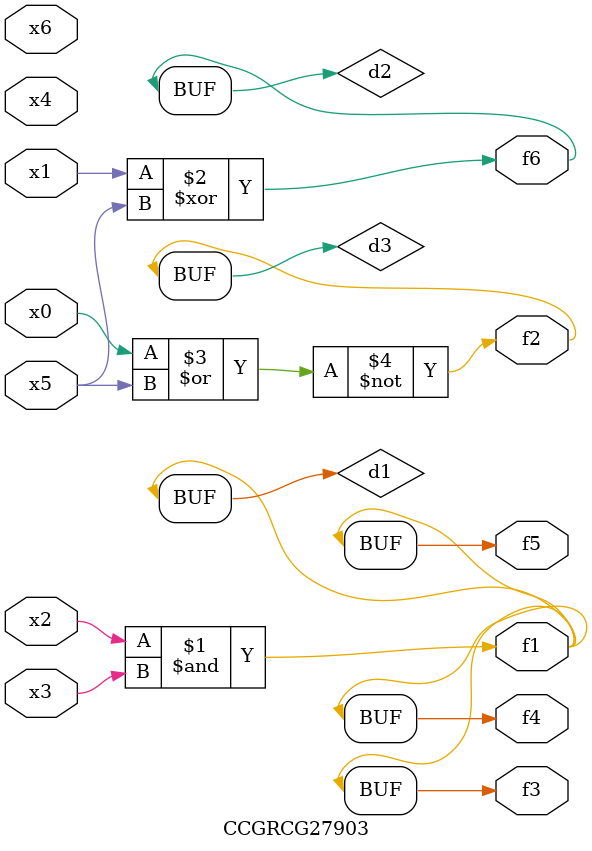
<source format=v>
module CCGRCG27903(
	input x0, x1, x2, x3, x4, x5, x6,
	output f1, f2, f3, f4, f5, f6
);

	wire d1, d2, d3;

	and (d1, x2, x3);
	xor (d2, x1, x5);
	nor (d3, x0, x5);
	assign f1 = d1;
	assign f2 = d3;
	assign f3 = d1;
	assign f4 = d1;
	assign f5 = d1;
	assign f6 = d2;
endmodule

</source>
